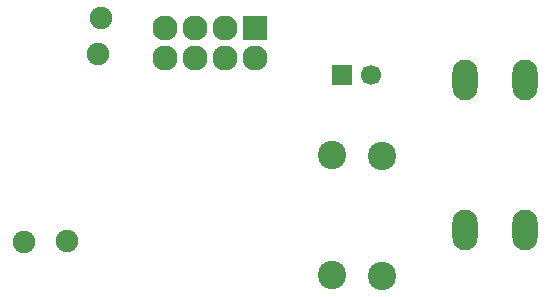
<source format=gbs>
G04 #@! TF.FileFunction,Soldermask,Bot*
%FSLAX46Y46*%
G04 Gerber Fmt 4.6, Leading zero omitted, Abs format (unit mm)*
G04 Created by KiCad (PCBNEW 4.0.2+e4-6225~38~ubuntu16.04.1-stable) date 2016년 06월 28일 (화) 오후 06시 01분 50초*
%MOMM*%
G01*
G04 APERTURE LIST*
%ADD10C,0.100000*%
%ADD11C,1.700000*%
%ADD12R,1.700000X1.700000*%
%ADD13C,2.398980*%
%ADD14R,2.127200X2.127200*%
%ADD15O,2.127200X2.127200*%
%ADD16C,1.900000*%
%ADD17O,2.127200X3.448000*%
G04 APERTURE END LIST*
D10*
D11*
X93533600Y-61112400D03*
D12*
X91033600Y-61112400D03*
D13*
X94437200Y-67970400D03*
X94437200Y-78130400D03*
X90170000Y-78079600D03*
X90170000Y-67919600D03*
D14*
X83718400Y-57150000D03*
D15*
X83718400Y-59690000D03*
X81178400Y-57150000D03*
X81178400Y-59690000D03*
X78638400Y-57150000D03*
X78638400Y-59690000D03*
X76098400Y-57150000D03*
X76098400Y-59690000D03*
D16*
X70612000Y-56286400D03*
X70408800Y-59334400D03*
X64160400Y-75234800D03*
X67767200Y-75184000D03*
D17*
X101498000Y-61569600D03*
X106578000Y-61569600D03*
X101498000Y-74269600D03*
X106578000Y-74269600D03*
M02*

</source>
